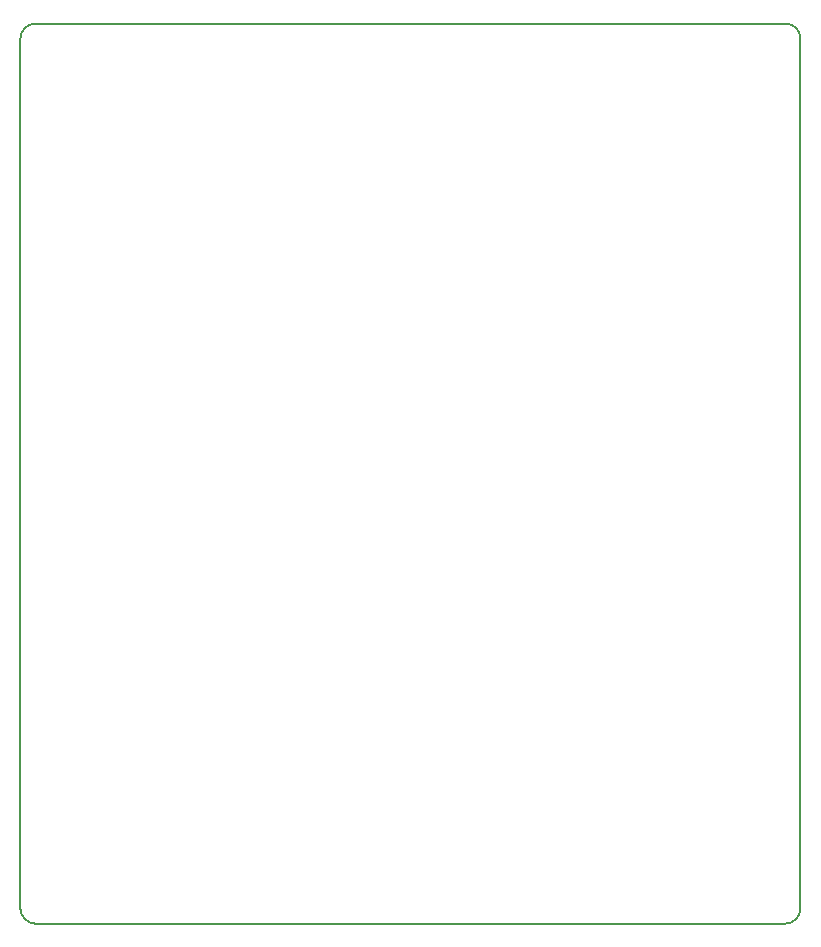
<source format=gm1>
G04 #@! TF.FileFunction,Profile,NP*
%FSLAX46Y46*%
G04 Gerber Fmt 4.6, Leading zero omitted, Abs format (unit mm)*
G04 Created by KiCad (PCBNEW 4.0.7) date 09/06/19 15:29:48*
%MOMM*%
%LPD*%
G01*
G04 APERTURE LIST*
%ADD10C,0.100000*%
%ADD11C,0.150000*%
G04 APERTURE END LIST*
D10*
D11*
X88265000Y-130175000D02*
X88265000Y-128270000D01*
X154305000Y-130175000D02*
X154305000Y-128270000D01*
X88265000Y-128270000D02*
X88265000Y-56515000D01*
X153035000Y-131445000D02*
X89535000Y-131445000D01*
X154305000Y-56515000D02*
X154305000Y-128270000D01*
X89535000Y-55245000D02*
X153035000Y-55245000D01*
X89535000Y-55245000D02*
G75*
G03X88265000Y-56515000I0J-1270000D01*
G01*
X154305000Y-56515000D02*
G75*
G03X153035000Y-55245000I-1270000J0D01*
G01*
X153035000Y-131445000D02*
G75*
G03X154305000Y-130175000I0J1270000D01*
G01*
X88265000Y-130175000D02*
G75*
G03X89535000Y-131445000I1270000J0D01*
G01*
M02*

</source>
